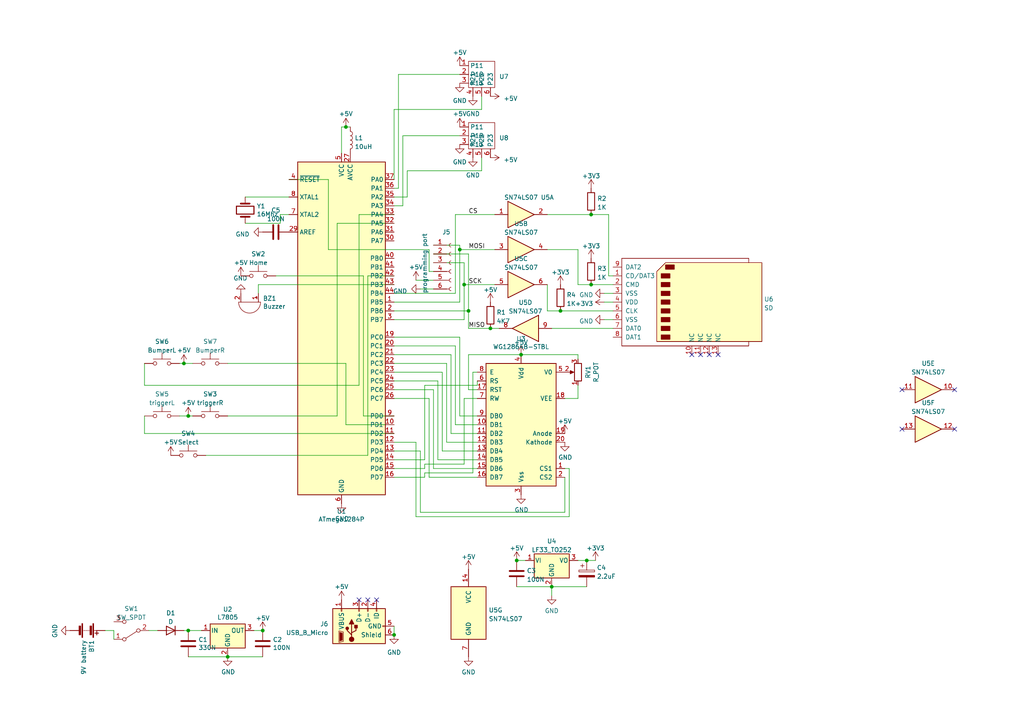
<source format=kicad_sch>
(kicad_sch (version 20230121) (generator eeschema)
  (paper "A4")
  (lib_symbols
    (symbol "+5V_1" (power) (pin_names (offset 0))
      (property "Value" "+5V_1" (at 0 3.556 0))
      (symbol "+5V_1_1_1"
        (pin power_in line (at 0 0 90) (length 0) hide (name "+5V") (number "1"))
      )
    )
    (symbol "+5V_10" (power) (pin_names (offset 0))
      (property "Value" "+5V_10" (at 0 3.556 0))
      (symbol "+5V_10_1_1"
        (pin power_in line (at 0 0 90) (length 0) hide (name "+5V") (number "1"))
      )
    )
    (symbol "+5V_11" (power) (pin_names (offset 0))
      (property "Value" "+5V_11" (at 0 3.556 0))
      (symbol "+5V_11_1_1"
        (pin power_in line (at 0 0 90) (length 0) hide (name "+5V") (number "1"))
      )
    )
    (symbol "+5V_2" (power) (pin_names (offset 0))
      (property "Value" "+5V_2" (at 0 3.556 0))
      (symbol "+5V_2_1_1"
        (pin power_in line (at 0 0 90) (length 0) hide (name "+5V") (number "1"))
      )
    )
    (symbol "+5V_3" (power) (pin_names (offset 0))
      (property "Value" "+5V_3" (at 0 3.556 0))
      (symbol "+5V_3_1_1"
        (pin power_in line (at 0 0 90) (length 0) hide (name "+5V") (number "1"))
      )
    )
    (symbol "+5V_4" (power) (pin_names (offset 0))
      (property "Value" "+5V_4" (at 0 3.556 0))
      (symbol "+5V_4_1_1"
        (pin power_in line (at 0 0 90) (length 0) hide (name "+5V") (number "1"))
      )
    )
    (symbol "+5V_5" (power) (pin_names (offset 0))
      (property "Value" "+5V_5" (at 0 3.556 0))
      (symbol "+5V_5_1_1"
        (pin power_in line (at 0 0 90) (length 0) hide (name "+5V") (number "1"))
      )
    )
    (symbol "+5V_6" (power) (pin_names (offset 0))
      (property "Value" "+5V_6" (at 0 3.556 0))
      (symbol "+5V_6_1_1"
        (pin power_in line (at 0 0 90) (length 0) hide (name "+5V") (number "1"))
      )
    )
    (symbol "+5V_7" (power) (pin_names (offset 0))
      (property "Value" "+5V_7" (at 0 3.556 0))
      (symbol "+5V_7_1_1"
        (pin power_in line (at 0 0 90) (length 0) hide (name "+5V") (number "1"))
      )
    )
    (symbol "+5V_8" (power) (pin_names (offset 0))
      (property "Value" "+5V_8" (at 0 3.556 0))
      (symbol "+5V_8_1_1"
        (pin power_in line (at 0 0 90) (length 0) hide (name "+5V") (number "1"))
      )
    )
    (symbol "+5V_9" (power) (pin_names (offset 0))
      (property "Value" "+5V_9" (at 0 3.556 0))
      (symbol "+5V_9_1_1"
        (pin power_in line (at 0 0 90) (length 0) hide (name "+5V") (number "1"))
      )
    )
    (symbol "74xx:SN74LS07" (pin_names (offset 1.016))
      (property "Reference" "U" (at 0 1.27 0))
      (property "Value" "SN74LS07" (at 0 -1.27 0))
      (symbol "SN74LS07_1_0"
        (pin input line (at -7.62 0 0) (length 3.81) (name "~") (number "1"))
        (pin open_collector line (at 7.62 0 180) (length 3.81) (name "~") (number "2"))
      )
      (symbol "SN74LS07_2_0"
        (pin input line (at -7.62 0 0) (length 3.81) (name "~") (number "3"))
        (pin open_collector line (at 7.62 0 180) (length 3.81) (name "~") (number "4"))
      )
      (symbol "SN74LS07_3_0"
        (pin input line (at -7.62 0 0) (length 3.81) (name "~") (number "5"))
        (pin open_collector line (at 7.62 0 180) (length 3.81) (name "~") (number "6"))
      )
      (symbol "SN74LS07_4_0"
        (pin open_collector line (at 7.62 0 180) (length 3.81) (name "~") (number "8"))
        (pin input line (at -7.62 0 0) (length 3.81) (name "~") (number "9"))
      )
      (symbol "SN74LS07_5_0"
        (pin open_collector line (at 7.62 0 180) (length 3.81) (name "~") (number "10"))
        (pin input line (at -7.62 0 0) (length 3.81) (name "~") (number "11"))
      )
      (symbol "SN74LS07_6_0"
        (pin open_collector line (at 7.62 0 180) (length 3.81) (name "~") (number "12"))
        (pin input line (at -7.62 0 0) (length 3.81) (name "~") (number "13"))
      )
      (symbol "SN74LS07_7_0"
        (pin power_in line (at 0 12.7 270) (length 5.08) (name "VCC") (number "14"))
        (pin power_in line (at 0 -12.7 90) (length 5.08) (name "GND") (number "7"))
      )
    )
    (symbol "Connector:Conn_01x06_Socket" (pin_names (offset 1.016) hide)
      (property "Reference" "J" (at 0 7.62 0))
      (property "Value" "Conn_01x06_Socket" (at 0 -10.16 0))
      (symbol "Conn_01x06_Socket_1_1"
        (pin passive line (at -5.08 5.08 0) (length 3.81) (name "Pin_1") (number "1"))
        (pin passive line (at -5.08 2.54 0) (length 3.81) (name "Pin_2") (number "2"))
        (pin passive line (at -5.08 0 0) (length 3.81) (name "Pin_3") (number "3"))
        (pin passive line (at -5.08 -2.54 0) (length 3.81) (name "Pin_4") (number "4"))
        (pin passive line (at -5.08 -5.08 0) (length 3.81) (name "Pin_5") (number "5"))
        (pin passive line (at -5.08 -7.62 0) (length 3.81) (name "Pin_6") (number "6"))
      )
    )
    (symbol "Connector:USB_B_Micro" (pin_names (offset 1.016))
      (property "Reference" "J" (at -5.08 11.43 0))
      (property "Value" "USB_B_Micro" (at -5.08 8.89 0))
      (symbol "USB_B_Micro_1_1"
        (pin power_out line (at 7.62 5.08 180) (length 2.54) (name "VBUS") (number "1"))
        (pin bidirectional line (at 7.62 -2.54 180) (length 2.54) (name "D-") (number "2"))
        (pin bidirectional line (at 7.62 0 180) (length 2.54) (name "D+") (number "3"))
        (pin passive line (at 7.62 -5.08 180) (length 2.54) (name "ID") (number "4"))
        (pin power_out line (at 0 -10.16 90) (length 2.54) (name "GND") (number "5"))
        (pin passive line (at -2.54 -10.16 90) (length 2.54) (name "Shield") (number "6"))
      )
    )
    (symbol "Device:Battery" (pin_numbers hide) (pin_names (offset 0) hide)
      (property "Reference" "BT" (at 2.54 2.54 0))
      (property "Value" "Battery" (at 2.54 0 0))
      (symbol "Battery_1_1"
        (pin passive line (at 0 5.08 270) (length 2.54) (name "+") (number "1"))
        (pin passive line (at 0 -5.08 90) (length 2.54) (name "-") (number "2"))
      )
    )
    (symbol "Device:Buzzer" (pin_names (offset 0.0254) hide)
      (property "Reference" "BZ" (at 3.81 1.27 0))
      (property "Value" "Buzzer" (at 3.81 -1.27 0))
      (symbol "Buzzer_1_1"
        (pin passive line (at -2.54 2.54 0) (length 2.54) (name "-") (number "1"))
        (pin passive line (at -2.54 -2.54 0) (length 2.54) (name "+") (number "2"))
      )
    )
    (symbol "Device:C" (pin_numbers hide) (pin_names (offset 0.254))
      (property "Reference" "C" (at 0.635 2.54 0))
      (property "Value" "C" (at 0.635 -2.54 0))
      (symbol "C_1_1"
        (pin passive line (at 0 3.81 270) (length 2.794) (name "~") (number "1"))
        (pin passive line (at 0 -3.81 90) (length 2.794) (name "~") (number "2"))
      )
    )
    (symbol "Device:C_Polarized" (pin_numbers hide) (pin_names (offset 0.254))
      (property "Reference" "C" (at 0.635 2.54 0))
      (property "Value" "C_Polarized" (at 0.635 -2.54 0))
      (symbol "C_Polarized_1_1"
        (pin passive line (at 0 3.81 270) (length 2.794) (name "~") (number "1"))
        (pin passive line (at 0 -3.81 90) (length 2.794) (name "~") (number "2"))
      )
    )
    (symbol "Device:Crystal" (pin_numbers hide) (pin_names (offset 1.016) hide)
      (property "Reference" "Y" (at 0 3.81 0))
      (property "Value" "Crystal" (at 0 -3.81 0))
      (symbol "Crystal_1_1"
        (pin passive line (at -3.81 0 0) (length 1.27) (name "1") (number "1"))
        (pin passive line (at 3.81 0 180) (length 1.27) (name "2") (number "2"))
      )
    )
    (symbol "Device:D" (pin_numbers hide) (pin_names (offset 1.016) hide)
      (property "Reference" "D" (at 0 2.54 0))
      (property "Value" "D" (at 0 -2.54 0))
      (symbol "D_1_1"
        (pin passive line (at -3.81 0 0) (length 2.54) (name "K") (number "1"))
        (pin passive line (at 3.81 0 180) (length 2.54) (name "A") (number "2"))
      )
    )
    (symbol "Device:L" (pin_numbers hide) (pin_names (offset 1.016) hide)
      (property "Reference" "L" (at -1.27 0 90))
      (property "Value" "L" (at 1.905 0 90))
      (symbol "L_1_1"
        (pin passive line (at 0 3.81 270) (length 1.27) (name "1") (number "1"))
        (pin passive line (at 0 -3.81 90) (length 1.27) (name "2") (number "2"))
      )
    )
    (symbol "Device:R" (pin_numbers hide) (pin_names (offset 0))
      (property "Reference" "R" (at 2.032 0 90))
      (property "Value" "R" (at 0 0 90))
      (symbol "R_1_1"
        (pin passive line (at 0 3.81 270) (length 1.27) (name "~") (number "1"))
        (pin passive line (at 0 -3.81 90) (length 1.27) (name "~") (number "2"))
      )
    )
    (symbol "Device:R_POT" (pin_names (offset 1.016) hide)
      (property "Reference" "RV" (at -4.445 0 90))
      (property "Value" "Device_R_POT" (at -2.54 0 90))
      (symbol "R_POT_1_1"
        (pin passive line (at 0 3.81 270) (length 1.27) (name "1") (number "1"))
        (pin passive line (at 3.81 0 180) (length 1.27) (name "2") (number "2"))
        (pin passive line (at 0 -3.81 90) (length 1.27) (name "3") (number "3"))
      )
    )
    (symbol "GND_1" (power) (pin_names (offset 0))
      (property "Value" "GND_1" (at 0 -3.81 0))
      (symbol "GND_1_1_1"
        (pin power_in line (at 0 0 270) (length 0) hide (name "GND") (number "1"))
      )
    )
    (symbol "GND_2" (power) (pin_names (offset 0))
      (property "Value" "GND_2" (at 0 -3.81 0))
      (symbol "GND_2_1_1"
        (pin power_in line (at 0 0 270) (length 0) hide (name "GND") (number "1"))
      )
    )
    (symbol "GND_3" (power) (pin_names (offset 0))
      (property "Value" "GND_3" (at 0 -3.81 0))
      (symbol "GND_3_1_1"
        (pin power_in line (at 0 0 270) (length 0) hide (name "GND") (number "1"))
      )
    )
    (symbol "GND_4" (power) (pin_names (offset 0))
      (property "Value" "GND_4" (at 0 -3.81 0))
      (symbol "GND_4_1_1"
        (pin power_in line (at 0 0 270) (length 0) hide (name "GND") (number "1"))
      )
    )
    (symbol "GND_5" (power) (pin_names (offset 0))
      (property "Value" "GND_5" (at 0 -3.81 0))
      (symbol "GND_5_1_1"
        (pin power_in line (at 0 0 270) (length 0) hide (name "GND") (number "1"))
      )
    )
    (symbol "GND_6" (power) (pin_names (offset 0))
      (property "Value" "GND_6" (at 0 -3.81 0))
      (symbol "GND_6_1_1"
        (pin power_in line (at 0 0 270) (length 0) hide (name "GND") (number "1"))
      )
    )
    (symbol "GND_7" (power) (pin_names (offset 0))
      (property "Value" "GND_7" (at 0 -3.81 0))
      (symbol "GND_7_1_1"
        (pin power_in line (at 0 0 270) (length 0) hide (name "GND") (number "1"))
      )
    )
    (symbol "MCU_Microchip_ATmega:ATmega32A-AU"
      (property "Reference" "U" (at -12.7 49.53 0))
      (property "Value" "MCU_Microchip_ATmega_ATmega32A-AU" (at 2.54 -49.53 0))
      (symbol "ATmega32A-AU_1_1"
        (pin bidirectional line (at 15.24 7.62 180) (length 2.54) (name "PB5") (number "1"))
        (pin bidirectional line (at 15.24 -27.94 180) (length 2.54) (name "PD1") (number "10"))
        (pin bidirectional line (at 15.24 -30.48 180) (length 2.54) (name "PD2") (number "11"))
        (pin bidirectional line (at 15.24 -33.02 180) (length 2.54) (name "PD3") (number "12"))
        (pin bidirectional line (at 15.24 -35.56 180) (length 2.54) (name "PD4") (number "13"))
        (pin bidirectional line (at 15.24 -38.1 180) (length 2.54) (name "PD5") (number "14"))
        (pin bidirectional line (at 15.24 -40.64 180) (length 2.54) (name "PD6") (number "15"))
        (pin bidirectional line (at 15.24 -43.18 180) (length 2.54) (name "PD7") (number "16"))
        (pin passive line (at 0 50.8 270) (length 2.54) hide (name "VCC") (number "17"))
        (pin passive line (at 0 -50.8 90) (length 2.54) hide (name "GND") (number "18"))
        (pin bidirectional line (at 15.24 -2.54 180) (length 2.54) (name "PC0") (number "19"))
        (pin bidirectional line (at 15.24 5.08 180) (length 2.54) (name "PB6") (number "2"))
        (pin bidirectional line (at 15.24 -5.08 180) (length 2.54) (name "PC1") (number "20"))
        (pin bidirectional line (at 15.24 -7.62 180) (length 2.54) (name "PC2") (number "21"))
        (pin bidirectional line (at 15.24 -10.16 180) (length 2.54) (name "PC3") (number "22"))
        (pin bidirectional line (at 15.24 -12.7 180) (length 2.54) (name "PC4") (number "23"))
        (pin bidirectional line (at 15.24 -15.24 180) (length 2.54) (name "PC5") (number "24"))
        (pin bidirectional line (at 15.24 -17.78 180) (length 2.54) (name "PC6") (number "25"))
        (pin bidirectional line (at 15.24 -20.32 180) (length 2.54) (name "PC7") (number "26"))
        (pin power_in line (at 2.54 50.8 270) (length 2.54) (name "AVCC") (number "27"))
        (pin passive line (at 0 -50.8 90) (length 2.54) hide (name "GND") (number "28"))
        (pin passive line (at -15.24 27.94 0) (length 2.54) (name "AREF") (number "29"))
        (pin bidirectional line (at 15.24 2.54 180) (length 2.54) (name "PB7") (number "3"))
        (pin bidirectional line (at 15.24 25.4 180) (length 2.54) (name "PA7") (number "30"))
        (pin bidirectional line (at 15.24 27.94 180) (length 2.54) (name "PA6") (number "31"))
        (pin bidirectional line (at 15.24 30.48 180) (length 2.54) (name "PA5") (number "32"))
        (pin bidirectional line (at 15.24 33.02 180) (length 2.54) (name "PA4") (number "33"))
        (pin bidirectional line (at 15.24 35.56 180) (length 2.54) (name "PA3") (number "34"))
        (pin bidirectional line (at 15.24 38.1 180) (length 2.54) (name "PA2") (number "35"))
        (pin bidirectional line (at 15.24 40.64 180) (length 2.54) (name "PA1") (number "36"))
        (pin bidirectional line (at 15.24 43.18 180) (length 2.54) (name "PA0") (number "37"))
        (pin passive line (at 0 50.8 270) (length 2.54) hide (name "VCC") (number "38"))
        (pin passive line (at 0 -50.8 90) (length 2.54) hide (name "GND") (number "39"))
        (pin input line (at -15.24 43.18 0) (length 2.54) (name "~{RESET}") (number "4"))
        (pin bidirectional line (at 15.24 20.32 180) (length 2.54) (name "PB0") (number "40"))
        (pin bidirectional line (at 15.24 17.78 180) (length 2.54) (name "PB1") (number "41"))
        (pin bidirectional line (at 15.24 15.24 180) (length 2.54) (name "PB2") (number "42"))
        (pin bidirectional line (at 15.24 12.7 180) (length 2.54) (name "PB3") (number "43"))
        (pin bidirectional line (at 15.24 10.16 180) (length 2.54) (name "PB4") (number "44"))
        (pin power_in line (at 0 50.8 270) (length 2.54) (name "VCC") (number "5"))
        (pin power_in line (at 0 -50.8 90) (length 2.54) (name "GND") (number "6"))
        (pin output line (at -15.24 33.02 0) (length 2.54) (name "XTAL2") (number "7"))
        (pin input line (at -15.24 38.1 0) (length 2.54) (name "XTAL1") (number "8"))
        (pin bidirectional line (at 15.24 -25.4 180) (length 2.54) (name "PD0") (number "9"))
      )
    )
    (symbol "Regulator_Linear:L7805" (pin_names (offset 0.254))
      (property "Reference" "U" (at -3.81 3.175 0))
      (property "Value" "L7805" (at 0 3.175 0))
      (symbol "L7805_1_1"
        (pin power_in line (at -7.62 0 0) (length 2.54) (name "IN") (number "1"))
        (pin power_in line (at 0 -7.62 90) (length 2.54) (name "GND") (number "2"))
        (pin power_out line (at 7.62 0 180) (length 2.54) (name "OUT") (number "3"))
      )
    )
    (symbol "Regulator_Linear:LF33_TO252" (pin_names (offset 0.254))
      (property "Reference" "U" (at -3.81 3.175 0))
      (property "Value" "LF33_TO252" (at 0 3.175 0))
      (symbol "LF33_TO252_1_1"
        (pin power_in line (at -7.62 0 0) (length 2.54) (name "VI") (number "1"))
        (pin power_in line (at 0 -7.62 90) (length 2.54) (name "GND") (number "2"))
        (pin power_out line (at 7.62 0 180) (length 2.54) (name "VO") (number "3"))
      )
    )
    (symbol "Switch:SW_Push" (pin_numbers hide) (pin_names (offset 1.016) hide)
      (property "Reference" "SW" (at 1.27 2.54 0))
      (property "Value" "SW_Push" (at 0 -1.524 0))
      (symbol "SW_Push_0_1"
        (pin passive line (at -5.08 0 0) (length 2.54) (name "1") (number "1"))
        (pin passive line (at 5.08 0 180) (length 2.54) (name "2") (number "2"))
      )
    )
    (symbol "Switch:SW_SPDT" (pin_names (offset 0) hide)
      (property "Reference" "SW" (at 0 4.318 0))
      (property "Value" "SW_SPDT" (at 0 -5.08 0))
      (symbol "SW_SPDT_1_1"
        (pin passive line (at 5.08 2.54 180) (length 2.54) (name "A") (number "1"))
        (pin passive line (at -5.08 0 0) (length 2.54) (name "B") (number "2"))
        (pin passive line (at 5.08 -2.54 180) (length 2.54) (name "C") (number "3"))
      )
    )
    (symbol "joystick:joystickTHT"
      (property "Reference" "U" (at 0 0 0))
      (symbol "joystickTHT_1_1"
        (pin input line (at -6.35 2.54 0) (length 2.54) (name "P11") (number "1"))
        (pin input line (at -6.35 0 0) (length 2.54) (name "P12") (number "2"))
        (pin input line (at -6.35 -2.54 0) (length 2.54) (name "P13") (number "3"))
        (pin input line (at -2.54 -6.35 90) (length 2.54) (name "P21") (number "4"))
        (pin input line (at 0 -6.35 90) (length 2.54) (name "P22") (number "5"))
        (pin input line (at 2.54 -6.35 90) (length 2.54) (name "P23") (number "6"))
      )
    )
    (symbol "power:+3V3" (power) (pin_names (offset 0))
      (property "Value" "+3V3" (at 0 3.556 0))
      (symbol "+3V3_1_1"
        (pin power_in line (at 0 0 90) (length 0) hide (name "+3V3") (number "1"))
      )
    )
    (symbol "power:+5V" (power) (pin_names (offset 0))
      (property "Value" "+5V" (at 0 3.556 0))
      (symbol "+5V_1_1"
        (pin power_in line (at 0 0 90) (length 0) hide (name "+5V") (number "1"))
      )
    )
    (symbol "power:GND" (power) (pin_names (offset 0))
      (property "Value" "GND" (at 0 -3.81 0))
      (symbol "GND_1_1"
        (pin power_in line (at 0 0 270) (length 0) hide (name "GND") (number "1"))
      )
    )
    (symbol "schemat_dip40-rescue:WG12864B-STBL" (pin_names (offset 1.016))
      (property "Reference" "U" (at 0 0 0))
      (property "Value" "WG12864B-STBL" (at 0 0 0))
      (symbol "WG12864B-STBL_1_1"
        (pin input line (at 12.7 -11.43 180) (length 2.54) (name "CS1") (number "1"))
        (pin input line (at -12.7 1.27 0) (length 2.54) (name "DB1") (number "10"))
        (pin input line (at -12.7 -1.27 0) (length 2.54) (name "DB2") (number "11"))
        (pin input line (at -12.7 -3.81 0) (length 2.54) (name "DB3") (number "12"))
        (pin input line (at -12.7 -6.35 0) (length 2.54) (name "DB4") (number "13"))
        (pin input line (at -12.7 -8.89 0) (length 2.54) (name "DB5") (number "14"))
        (pin input line (at -12.7 -11.43 0) (length 2.54) (name "DB6") (number "15"))
        (pin input line (at -12.7 -13.97 0) (length 2.54) (name "DB7") (number "16"))
        (pin input line (at -12.7 11.43 0) (length 2.54) (name "RST") (number "17"))
        (pin passive line (at 12.7 8.89 180) (length 2.54) (name "VEE") (number "18"))
        (pin input line (at 12.7 -1.27 180) (length 2.54) (name "Anode") (number "19"))
        (pin input line (at 12.7 -13.97 180) (length 2.54) (name "CS2") (number "2"))
        (pin input line (at 12.7 -3.81 180) (length 2.54) (name "Kathode") (number "20"))
        (pin power_in line (at 0 -19.05 90) (length 2.54) (name "Vss") (number "3"))
        (pin power_in line (at 0 21.59 270) (length 2.54) (name "Vdd") (number "4"))
        (pin input line (at 12.7 16.51 180) (length 2.54) (name "V0") (number "5"))
        (pin input line (at -12.7 13.97 0) (length 2.54) (name "RS") (number "6"))
        (pin input line (at -12.7 8.89 0) (length 2.54) (name "RW") (number "7"))
        (pin input line (at -12.7 16.51 0) (length 2.54) (name "E") (number "8"))
        (pin input line (at -12.7 3.81 0) (length 2.54) (name "DB0") (number "9"))
      )
    )
    (symbol "sd:SD" (pin_names (offset 1.016))
      (property "Reference" "U" (at 0 5.08 0))
      (property "Value" "SD" (at 0 7.62 0))
      (symbol "SD_1_1"
        (pin input line (at -22.86 7.62 0) (length 2.54) (name "CD/DAT3") (number "1"))
        (pin input line (at 0 -15.24 90) (length 2.54) (name "NC") (number "10"))
        (pin input line (at 2.54 -15.24 90) (length 2.54) (name "NC") (number "11"))
        (pin input line (at 5.08 -15.24 90) (length 2.54) (name "NC") (number "12"))
        (pin input line (at 7.62 -15.24 90) (length 2.54) (name "NC") (number "13"))
        (pin input line (at -22.86 5.08 0) (length 2.54) (name "CMD") (number "2"))
        (pin power_in line (at -22.86 2.54 0) (length 2.54) (name "VSS") (number "3"))
        (pin power_in line (at -22.86 0 0) (length 2.54) (name "VDD") (number "4"))
        (pin input line (at -22.86 -2.54 0) (length 2.54) (name "CLK") (number "5"))
        (pin power_in line (at -22.86 -5.08 0) (length 2.54) (name "VSS") (number "6"))
        (pin input line (at -22.86 -7.62 0) (length 2.54) (name "DAT0") (number "7"))
        (pin input line (at -22.86 -10.16 0) (length 2.54) (name "DAT1") (number "8"))
        (pin input line (at -22.86 10.16 0) (length 2.54) (name "DAT2") (number "9"))
      )
    )
  )
  (junction (at 151.13 102.87))
  (junction (at 133.35 72.39))
  (junction (at 134.62 82.55))
  (junction (at 171.45 62.23))
  (junction (at 66.04 190.5))
  (junction (at 54.61 120.65))
  (junction (at 142.24 95.25))
  (junction (at 54.61 182.88))
  (junction (at 149.86 162.56))
  (junction (at 162.56 90.17))
  (junction (at 76.2 182.88))
  (junction (at 160.02 170.18))
  (junction (at 114.3 184.15))
  (junction (at 170.18 162.56))
  (junction (at 53.34 105.41))
  (junction (at 135.89 90.17))
  (junction (at 171.45 82.55))
  (junction (at 100.33 36.83))
  (no_connect (at 276.86 113.03))
  (no_connect (at 109.22 173.99))
  (no_connect (at 106.68 173.99))
  (no_connect (at 203.2 102.87))
  (no_connect (at 261.62 113.03))
  (no_connect (at 104.14 173.99))
  (no_connect (at 261.62 124.46))
  (no_connect (at 205.74 102.87))
  (no_connect (at 276.86 124.46))
  (no_connect (at 208.28 102.87))
  (no_connect (at 200.66 102.87))
  (wire (pts (xy 120.65 149.86) (xy 120.65 128.27)))
  (wire (pts (xy 33.02 182.88) (xy 33.02 185.42)))
  (wire (pts (xy 162.56 90.17) (xy 177.8 90.17)))
  (wire (pts (xy 138.43 130.81) (xy 128.27 130.81)))
  (wire (pts (xy 175.26 85.09) (xy 177.8 85.09)))
  (wire (pts (xy 133.35 71.12) (xy 133.35 72.39)))
  (wire (pts (xy 66.04 105.41) (xy 100.33 105.41)))
  (wire (pts (xy 100.33 105.41) (xy 100.33 123.19)))
  (wire (pts (xy 134.62 82.55) (xy 134.62 92.71)))
  (wire (pts (xy 124.46 115.57) (xy 114.3 115.57)))
  (wire (pts (xy 53.34 105.41) (xy 55.88 105.41)))
  (wire (pts (xy 129.54 105.41) (xy 114.3 105.41)))
  (wire (pts (xy 53.34 182.88) (xy 54.61 182.88)))
  (wire (pts (xy 121.92 130.81) (xy 114.3 130.81)))
  (wire (pts (xy 138.43 113.03) (xy 135.89 113.03)))
  (wire (pts (xy 52.07 105.41) (xy 53.34 105.41)))
  (wire (pts (xy 95.25 72.39) (xy 95.25 52.07)))
  (wire (pts (xy 133.35 39.37) (xy 116.84 39.37)))
  (wire (pts (xy 120.65 81.28) (xy 125.73 81.28)))
  (wire (pts (xy 121.92 148.59) (xy 121.92 130.81)))
  (wire (pts (xy 124.46 78.74) (xy 124.46 72.39)))
  (wire (pts (xy 105.41 120.65) (xy 114.3 120.65)))
  (wire (pts (xy 135.89 95.25) (xy 142.24 95.25)))
  (wire (pts (xy 125.73 135.89) (xy 125.73 113.03)))
  (wire (pts (xy 160.02 170.18) (xy 160.02 172.72)))
  (wire (pts (xy 114.3 181.61) (xy 114.3 184.15)))
  (wire (pts (xy 171.45 82.55) (xy 177.8 82.55)))
  (wire (pts (xy 116.84 59.69) (xy 114.3 59.69)))
  (wire (pts (xy 138.43 111.76) (xy 138.43 110.49)))
  (wire (pts (xy 125.73 71.12) (xy 133.35 71.12)))
  (wire (pts (xy 133.35 21.59) (xy 115.57 21.59)))
  (wire (pts (xy 138.43 133.35) (xy 127 133.35)))
  (wire (pts (xy 138.43 125.73) (xy 130.81 125.73)))
  (wire (pts (xy 71.12 57.15) (xy 83.82 57.15)))
  (wire (pts (xy 130.81 102.87) (xy 114.3 102.87)))
  (wire (pts (xy 175.26 87.63) (xy 177.8 87.63)))
  (wire (pts (xy 163.83 135.89) (xy 165.1 135.89)))
  (wire (pts (xy 137.16 107.95) (xy 138.43 107.95)))
  (wire (pts (xy 114.3 31.75) (xy 139.7 31.75)))
  (wire (pts (xy 105.41 80.01) (xy 105.41 120.65)))
  (wire (pts (xy 139.7 27.94) (xy 139.7 31.75)))
  (wire (pts (xy 106.68 132.08) (xy 106.68 80.01)))
  (wire (pts (xy 135.89 113.03) (xy 135.89 102.87)))
  (wire (pts (xy 52.07 120.65) (xy 54.61 120.65)))
  (wire (pts (xy 123.19 111.76) (xy 138.43 111.76)))
  (wire (pts (xy 163.83 148.59) (xy 121.92 148.59)))
  (wire (pts (xy 134.62 115.57) (xy 134.62 134.62)))
  (wire (pts (xy 176.53 80.01) (xy 176.53 62.23)))
  (wire (pts (xy 149.86 170.18) (xy 160.02 170.18)))
  (wire (pts (xy 142.24 95.25) (xy 144.78 95.25)))
  (wire (pts (xy 43.18 182.88) (xy 45.72 182.88)))
  (wire (pts (xy 104.14 62.23) (xy 104.14 111.76)))
  (wire (pts (xy 54.61 120.65) (xy 55.88 120.65)))
  (wire (pts (xy 74.93 82.55) (xy 114.3 82.55)))
  (wire (pts (xy 134.62 134.62) (xy 123.19 134.62)))
  (wire (pts (xy 123.19 134.62) (xy 123.19 135.89)))
  (wire (pts (xy 138.43 138.43) (xy 124.46 138.43)))
  (wire (pts (xy 54.61 190.5) (xy 66.04 190.5)))
  (wire (pts (xy 120.65 128.27) (xy 114.3 128.27)))
  (wire (pts (xy 137.16 137.16) (xy 123.19 137.16)))
  (wire (pts (xy 41.91 120.65) (xy 41.91 125.73)))
  (wire (pts (xy 158.75 90.17) (xy 158.75 82.55)))
  (wire (pts (xy 100.33 36.83) (xy 101.6 36.83)))
  (wire (pts (xy 158.75 62.23) (xy 171.45 62.23)))
  (wire (pts (xy 175.26 92.71) (xy 177.8 92.71)))
  (wire (pts (xy 97.79 64.77) (xy 114.3 64.77)))
  (wire (pts (xy 167.64 104.14) (xy 167.64 102.87)))
  (wire (pts (xy 162.56 90.17) (xy 158.75 90.17)))
  (wire (pts (xy 138.43 128.27) (xy 129.54 128.27)))
  (wire (pts (xy 138.43 123.19) (xy 132.08 123.19)))
  (wire (pts (xy 133.35 120.65) (xy 133.35 97.79)))
  (wire (pts (xy 41.91 111.76) (xy 104.14 111.76)))
  (wire (pts (xy 66.04 120.65) (xy 97.79 120.65)))
  (wire (pts (xy 59.69 132.08) (xy 106.68 132.08)))
  (wire (pts (xy 163.83 138.43) (xy 163.83 148.59)))
  (wire (pts (xy 133.35 72.39) (xy 143.51 72.39)))
  (wire (pts (xy 163.83 115.57) (xy 167.64 115.57)))
  (wire (pts (xy 74.93 85.09) (xy 74.93 82.55)))
  (wire (pts (xy 115.57 54.61) (xy 115.57 21.59)))
  (wire (pts (xy 123.19 133.35) (xy 114.3 133.35)))
  (wire (pts (xy 123.19 133.35) (xy 123.19 111.76)))
  (wire (pts (xy 99.06 36.83) (xy 99.06 44.45)))
  (wire (pts (xy 125.73 76.2) (xy 134.62 76.2)))
  (wire (pts (xy 123.19 137.16) (xy 123.19 138.43)))
  (wire (pts (xy 165.1 135.89) (xy 165.1 149.86)))
  (wire (pts (xy 139.7 45.72) (xy 139.7 49.53)))
  (wire (pts (xy 81.28 62.23) (xy 83.82 62.23)))
  (wire (pts (xy 137.16 107.95) (xy 137.16 137.16)))
  (wire (pts (xy 158.75 72.39) (xy 167.64 72.39)))
  (wire (pts (xy 80.01 80.01) (xy 105.41 80.01)))
  (wire (pts (xy 30.48 182.88) (xy 33.02 182.88)))
  (wire (pts (xy 170.18 162.56) (xy 172.72 162.56)))
  (wire (pts (xy 132.08 123.19) (xy 132.08 100.33)))
  (wire (pts (xy 114.3 31.75) (xy 114.3 52.07)))
  (wire (pts (xy 138.43 135.89) (xy 125.73 135.89)))
  (wire (pts (xy 41.91 125.73) (xy 114.3 125.73)))
  (wire (pts (xy 132.08 85.09) (xy 114.3 85.09)))
  (wire (pts (xy 104.14 62.23) (xy 114.3 62.23)))
  (wire (pts (xy 41.91 105.41) (xy 41.91 111.76)))
  (wire (pts (xy 54.61 182.88) (xy 58.42 182.88)))
  (wire (pts (xy 116.84 39.37) (xy 116.84 59.69)))
  (wire (pts (xy 176.53 80.01) (xy 177.8 80.01)))
  (wire (pts (xy 134.62 76.2) (xy 134.62 82.55)))
  (wire (pts (xy 134.62 92.71) (xy 114.3 92.71)))
  (wire (pts (xy 130.81 125.73) (xy 130.81 102.87)))
  (wire (pts (xy 160.02 95.25) (xy 177.8 95.25)))
  (wire (pts (xy 114.3 90.17) (xy 135.89 90.17)))
  (wire (pts (xy 71.12 64.77) (xy 81.28 64.77)))
  (wire (pts (xy 132.08 62.23) (xy 132.08 85.09)))
  (wire (pts (xy 125.73 78.74) (xy 124.46 78.74)))
  (wire (pts (xy 127 133.35) (xy 127 110.49)))
  (wire (pts (xy 167.64 162.56) (xy 170.18 162.56)))
  (wire (pts (xy 176.53 62.23) (xy 171.45 62.23)))
  (wire (pts (xy 127 110.49) (xy 114.3 110.49)))
  (wire (pts (xy 125.73 73.66) (xy 135.89 73.66)))
  (wire (pts (xy 128.27 107.95) (xy 114.3 107.95)))
  (wire (pts (xy 135.89 102.87) (xy 151.13 102.87)))
  (wire (pts (xy 121.92 83.82) (xy 125.73 83.82)))
  (wire (pts (xy 114.3 54.61) (xy 115.57 54.61)))
  (wire (pts (xy 138.43 120.65) (xy 133.35 120.65)))
  (wire (pts (xy 99.06 36.83) (xy 100.33 36.83)))
  (wire (pts (xy 123.19 135.89) (xy 114.3 135.89)))
  (wire (pts (xy 128.27 130.81) (xy 128.27 107.95)))
  (wire (pts (xy 134.62 115.57) (xy 138.43 115.57)))
  (wire (pts (xy 118.11 49.53) (xy 118.11 57.15)))
  (wire (pts (xy 73.66 182.88) (xy 76.2 182.88)))
  (wire (pts (xy 97.79 64.77) (xy 97.79 120.65)))
  (wire (pts (xy 133.35 97.79) (xy 114.3 97.79)))
  (wire (pts (xy 129.54 128.27) (xy 129.54 105.41)))
  (wire (pts (xy 133.35 87.63) (xy 114.3 87.63)))
  (wire (pts (xy 81.28 62.23) (xy 81.28 64.77)))
  (wire (pts (xy 106.68 80.01) (xy 114.3 80.01)))
  (wire (pts (xy 132.08 62.23) (xy 143.51 62.23)))
  (wire (pts (xy 123.19 138.43) (xy 114.3 138.43)))
  (wire (pts (xy 95.25 52.07) (xy 83.82 52.07)))
  (wire (pts (xy 149.86 162.56) (xy 152.4 162.56)))
  (wire (pts (xy 124.46 72.39) (xy 95.25 72.39)))
  (wire (pts (xy 167.64 115.57) (xy 167.64 111.76)))
  (wire (pts (xy 134.62 82.55) (xy 143.51 82.55)))
  (wire (pts (xy 66.04 190.5) (xy 76.2 190.5)))
  (wire (pts (xy 114.3 57.15) (xy 118.11 57.15)))
  (wire (pts (xy 133.35 72.39) (xy 133.35 87.63)))
  (wire (pts (xy 171.45 82.55) (xy 167.64 82.55)))
  (wire (pts (xy 124.46 138.43) (xy 124.46 115.57)))
  (wire (pts (xy 160.02 170.18) (xy 170.18 170.18)))
  (wire (pts (xy 135.89 95.25) (xy 135.89 90.17)))
  (wire (pts (xy 125.73 113.03) (xy 114.3 113.03)))
  (wire (pts (xy 135.89 73.66) (xy 135.89 90.17)))
  (wire (pts (xy 132.08 100.33) (xy 114.3 100.33)))
  (wire (pts (xy 100.33 123.19) (xy 114.3 123.19)))
  (wire (pts (xy 139.7 49.53) (xy 118.11 49.53)))
  (wire (pts (xy 167.64 102.87) (xy 151.13 102.87)))
  (wire (pts (xy 165.1 149.86) (xy 120.65 149.86)))
  (wire (pts (xy 167.64 82.55) (xy 167.64 72.39)))
  (label "CS" (at 135.89 62.23 0))
  (label "SCK" (at 135.89 82.55 0))
  (label "MOSI" (at 135.89 72.39 0))
  (label "MISO" (at 135.89 95.25 0))
  (symbol (lib_id "MCU_Microchip_ATmega:ATmega32A-AU") (at 99.06 95.25 0) (unit 1)
    (property "Reference" "U1" (at 99.06 148.3106 0))
    (property "Value" "ATmega1284P" (at 99.06 150.622 0))
    (property "Footprint" "Package_QFP:TQFP-44_10x10mm_P0.8mm" (effects hide))
    (property "Datasheet" "http://ww1.microchip.com/downloads/en/DeviceDoc/atmel-8155-8-bit-microcontroller-avr-atmega32a_datasheet.pdf" (effects hide))
  )
  (symbol (lib_id "Regulator_Linear:L7805") (at 66.04 182.88 0) (unit 1)
    (property "Reference" "U2" (at 66.04 176.7332 0))
    (property "Value" "L7805" (at 66.04 179.0446 0))
    (property "Footprint" "Package_TO_SOT_SMD:TO-263-2" (effects hide))
    (property "Datasheet" "http://www.st.com/content/ccc/resource/technical/document/datasheet/41/4f/b3/b0/12/d4/47/88/CD00000444.pdf/files/CD00000444.pdf/jcr:content/translations/en.CD00000444.pdf" (effects hide))
  )
  (symbol (lib_id "Device:Battery") (at 25.4 182.88 270) (unit 1)
    (property "Reference" "BT1" (at 26.5684 185.6232 0) (effects (justify left)))
    (property "Value" "9V battery" (at 24.257 185.6232 0) (effects (justify left)))
    (property "Footprint" "Connector_PinSocket_2.54mm:PinSocket_1x02_P2.54mm_Vertical" (effects hide))
  )
  (symbol (lib_id "Device:C") (at 54.61 186.69 0) (unit 1)
    (property "Reference" "C1" (at 57.531 185.5216 0) (effects (justify left)))
    (property "Value" "330N" (at 57.531 187.833 0) (effects (justify left)))
    (property "Footprint" "Capacitor_SMD:C_0805_2012Metric" (effects hide))
  )
  (symbol (lib_id "Device:C") (at 76.2 186.69 0) (unit 1)
    (property "Reference" "C2" (at 79.121 185.5216 0) (effects (justify left)))
    (property "Value" "100N" (at 79.121 187.833 0) (effects (justify left)))
    (property "Footprint" "Capacitor_SMD:C_0805_2012Metric" (effects hide))
  )
  (symbol (lib_id "power:GND") (at 66.04 190.5 0) (unit 1)
    (property "Reference" "#PWR06" (effects hide))
    (property "Value" "GND" (at 66.167 194.8942 0))
  )
  (symbol (lib_id "power:GND") (at 20.32 182.88 270) (unit 1)
    (property "Reference" "#PWR01" (effects hide))
    (property "Value" "GND" (at 15.9258 183.007 0))
  )
  (symbol (lib_id "Device:R_POT") (at 167.64 107.95 180) (unit 1)
    (property "Reference" "RV1" (at 170.561 107.95 90))
    (property "Value" "R_POT" (at 172.8724 107.95 90))
    (property "Footprint" "Blue:potentiometer10K" (effects hide))
  )
  (symbol (lib_id "Device:Crystal") (at 71.12 60.96 270) (unit 1)
    (property "Reference" "Y1" (at 74.4474 59.7916 90) (effects (justify left)))
    (property "Value" "16Mhz" (at 74.4474 62.103 90) (effects (justify left)))
    (property "Footprint" "Crystal:Crystal_SMD_HC49-SD" (effects hide))
  )
  (symbol (lib_id "Device:Buzzer") (at 72.39 87.63 270) (unit 1)
    (property "Reference" "BZ1" (at 76.2508 86.5632 90) (effects (justify left)))
    (property "Value" "Buzzer" (at 76.2508 88.8746 90) (effects (justify left)))
    (property "Footprint" "Buzzer_Beeper:Buzzer_12x9.5RM7.6" (effects hide))
  )
  (symbol (lib_id "schemat_dip40-rescue:WG12864B-STBL") (at 151.13 124.46 0) (unit 1)
    (property "Reference" "U3" (at 151.13 98.2726 0))
    (property "Value" "WG12864B-STBL" (at 151.13 100.584 0))
    (property "Footprint" "Blue:WG12864BL" (effects hide))
  )
  (symbol (lib_id "power:GND") (at 151.13 143.51 0) (unit 1)
    (property "Reference" "#PWR05" (effects hide))
    (property "Value" "GND" (at 151.257 147.9042 0))
  )
  (symbol (lib_id "power:GND") (at 163.83 128.27 0) (unit 1)
    (property "Reference" "#PWR09" (effects hide))
    (property "Value" "GND" (at 163.957 132.6642 0))
  )
  (symbol (lib_id "power:GND") (at 99.06 146.05 0) (unit 1)
    (property "Reference" "#PWR03" (effects hide))
    (property "Value" "GND" (at 99.187 150.4442 0))
  )
  (symbol (lib_id "power:GND") (at 69.85 85.09 180) (unit 1)
    (property "Reference" "#PWR07" (effects hide))
    (property "Value" "GND" (at 69.723 80.6958 0))
  )
  (symbol (lib_id "power:+3V3") (at 172.72 162.56 0) (unit 1)
    (property "Reference" "#PWR024" (effects hide))
    (property "Value" "+3V3" (at 172.72 158.9842 0))
  )
  (symbol (lib_id "Switch:SW_Push") (at 60.96 120.65 0) (unit 1)
    (property "Reference" "SW3" (at 60.96 114.3 0))
    (property "Value" "triggerR" (at 60.96 116.84 0))
    (property "Footprint" "Button_Switch_THT:SW_Tactile_SPST_Angled_PTS645Vx31-2LFS" (effects hide))
  )
  (symbol (lib_name "+5V_2") (lib_id "power:+5V") (at 49.53 132.08 0) (unit 1)
    (property "Reference" "#PWR015" (effects hide))
    (property "Value" "+5V" (at 49.53 128.27 0))
  )
  (symbol (lib_id "power:+5V") (at 76.2 182.88 0) (unit 1)
    (property "Reference" "#PWR04" (effects hide))
    (property "Value" "+5V" (at 76.2 179.3042 0))
  )
  (symbol (lib_id "power:+5V") (at 135.89 165.1 0) (unit 1)
    (property "Reference" "#PWR0101" (effects hide))
    (property "Value" "+5V" (at 135.89 161.5242 0))
  )
  (symbol (lib_id "Connector:USB_B_Micro") (at 104.14 181.61 90) (unit 1)
    (property "Reference" "J6" (at 95.25 180.975 90) (effects (justify left)))
    (property "Value" "USB_B_Micro" (at 95.25 183.515 90) (effects (justify left)))
    (property "Footprint" "USB:USBMicro-SMD" (effects hide))
  )
  (symbol (lib_id "74xx:SN74LS07") (at 151.13 82.55 0) (unit 3)
    (property "Reference" "U5" (at 151.13 75.0402 0))
    (property "Value" "SN74LS07" (at 151.13 77.5771 0))
    (property "Footprint" "Package_SO:SO-14_3.9x8.65mm_P1.27mm" (effects hide))
    (property "Datasheet" "www.ti.com/lit/ds/symlink/sn74ls07.pdf" (effects hide))
  )
  (symbol (lib_id "Device:R") (at 162.56 86.36 0) (unit 1)
    (property "Reference" "R4" (at 164.338 85.5253 0) (effects (justify left)))
    (property "Value" "1K" (at 164.338 88.0622 0) (effects (justify left)))
    (property "Footprint" "Resistor_SMD:R_0805_2012Metric_Pad1.20x1.40mm_HandSolder" (effects hide))
  )
  (symbol (lib_id "74xx:SN74LS07") (at 269.24 124.46 0) (unit 6)
    (property "Reference" "U5" (at 269.24 116.84 0))
    (property "Value" "SN74LS07" (at 269.24 119.38 0))
    (property "Footprint" "Package_SO:SO-14_3.9x8.65mm_P1.27mm" (effects hide))
    (property "Datasheet" "www.ti.com/lit/ds/symlink/sn74ls07.pdf" (effects hide))
  )
  (symbol (lib_name "+5V_10") (lib_id "power:+5V") (at 99.06 173.99 0) (unit 1)
    (property "Reference" "#PWR031" (effects hide))
    (property "Value" "+5V" (at 99.06 170.18 0))
  )
  (symbol (lib_name "GND_6") (lib_id "power:GND") (at 133.35 41.91 0) (unit 1)
    (property "Reference" "#PWR033" (effects hide))
    (property "Value" "GND" (at 133.35 46.99 0))
  )
  (symbol (lib_id "Device:R") (at 171.45 78.74 0) (unit 1)
    (property "Reference" "R3" (at 173.228 77.9053 0) (effects (justify left)))
    (property "Value" "1K" (at 173.228 80.4422 0) (effects (justify left)))
    (property "Footprint" "Resistor_SMD:R_0805_2012Metric_Pad1.20x1.40mm_HandSolder" (effects hide))
  )
  (symbol (lib_id "Device:C_Polarized") (at 170.18 166.37 0) (unit 1)
    (property "Reference" "C4" (at 173.101 164.6463 0) (effects (justify left)))
    (property "Value" "2.2uF" (at 173.101 167.1832 0) (effects (justify left)))
    (property "Footprint" "Capacitor_SMD:C_1206_3216Metric" (effects hide))
  )
  (symbol (lib_id "74xx:SN74LS07") (at 135.89 177.8 0) (unit 7)
    (property "Reference" "U5" (at 141.732 176.9653 0) (effects (justify left)))
    (property "Value" "SN74LS07" (at 141.732 179.5022 0) (effects (justify left)))
    (property "Footprint" "Package_SO:SO-14_3.9x8.65mm_P1.27mm" (effects hide))
    (property "Datasheet" "www.ti.com/lit/ds/symlink/sn74ls07.pdf" (effects hide))
  )
  (symbol (lib_name "+5V_6") (lib_id "power:+5V") (at 142.24 45.72 270) (unit 1)
    (property "Reference" "#PWR035" (effects hide))
    (property "Value" "+5V" (at 146.05 46.355 90) (effects (justify left)))
  )
  (symbol (lib_id "Switch:SW_Push") (at 46.99 120.65 0) (unit 1)
    (property "Reference" "SW5" (at 46.99 114.3 0))
    (property "Value" "triggerL" (at 46.99 116.84 0))
    (property "Footprint" "Button_Switch_THT:SW_Tactile_SPST_Angled_PTS645Vx31-2LFS" (effects hide))
  )
  (symbol (lib_name "+5V_4") (lib_id "power:+5V") (at 142.24 27.94 270) (unit 1)
    (property "Reference" "#PWR026" (effects hide))
    (property "Value" "+5V" (at 146.05 28.575 90) (effects (justify left)))
  )
  (symbol (lib_id "power:+3V3") (at 175.26 87.63 90) (unit 1)
    (property "Reference" "#PWR022" (effects hide))
    (property "Value" "+3V3" (at 172.085 88.0638 90) (effects (justify left)))
  )
  (symbol (lib_id "joystick:joystickTHT") (at 139.7 21.59 0) (unit 1)
    (property "Reference" "U7" (at 144.78 22.225 0) (effects (justify left)))
    (property "Value" "~" (at 139.7 21.59 0))
    (property "Footprint" "joystick:joystickTHT" (effects hide))
  )
  (symbol (lib_name "+5V_11") (lib_id "power:+5V") (at 53.34 105.41 0) (unit 1)
    (property "Reference" "#PWR037" (effects hide))
    (property "Value" "+5V" (at 53.34 101.6 0))
  )
  (symbol (lib_id "power:+3V3") (at 162.56 82.55 0) (unit 1)
    (property "Reference" "#PWR020" (effects hide))
    (property "Value" "+3V3" (at 162.56 78.9742 0))
  )
  (symbol (lib_id "Switch:SW_SPDT") (at 38.1 182.88 180) (unit 1)
    (property "Reference" "SW1" (at 38.1 176.53 0))
    (property "Value" "SW_SPDT" (at 38.1 179.07 0))
    (property "Footprint" "buttons:Button_Switch" (effects hide))
  )
  (symbol (lib_id "Device:C") (at 149.86 166.37 0) (unit 1)
    (property "Reference" "C3" (at 152.781 165.5353 0) (effects (justify left)))
    (property "Value" "100N" (at 152.781 168.0722 0) (effects (justify left)))
    (property "Footprint" "Capacitor_SMD:C_0805_2012Metric" (effects hide))
  )
  (symbol (lib_id "power:GND") (at 160.02 172.72 0) (unit 1)
    (property "Reference" "#PWR013" (effects hide))
    (property "Value" "GND" (at 160.02 177.1634 0))
  )
  (symbol (lib_id "74xx:SN74LS07") (at 152.4 95.25 180) (unit 4)
    (property "Reference" "U5" (at 152.4 87.7402 0))
    (property "Value" "SN74LS07" (at 152.4 90.2771 0))
    (property "Footprint" "Package_SO:SO-14_3.9x8.65mm_P1.27mm" (effects hide))
    (property "Datasheet" "www.ti.com/lit/ds/symlink/sn74ls07.pdf" (effects hide))
  )
  (symbol (lib_name "GND_5") (lib_id "power:GND") (at 137.16 45.72 0) (unit 1)
    (property "Reference" "#PWR028" (effects hide))
    (property "Value" "GND" (at 137.16 50.8 0))
  )
  (symbol (lib_id "power:+5V") (at 149.86 162.56 0) (unit 1)
    (property "Reference" "#PWR010" (effects hide))
    (property "Value" "+5V" (at 149.86 158.9842 0))
  )
  (symbol (lib_name "GND_2") (lib_id "power:GND") (at 114.3 184.15 0) (unit 1)
    (property "Reference" "#PWR032" (effects hide))
    (property "Value" "GND" (at 114.3 189.23 0))
  )
  (symbol (lib_id "74xx:SN74LS07") (at 151.13 62.23 0) (unit 1)
    (property "Reference" "U5" (at 158.75 57.2602 0))
    (property "Value" "SN74LS07" (at 151.13 57.2571 0))
    (property "Footprint" "Package_SO:SO-14_3.9x8.65mm_P1.27mm" (effects hide))
    (property "Datasheet" "www.ti.com/lit/ds/symlink/sn74ls07.pdf" (effects hide))
  )
  (symbol (lib_name "GND_7") (lib_id "power:GND") (at 76.2 67.31 270) (unit 1)
    (property "Reference" "#PWR036" (effects hide))
    (property "Value" "GND" (at 72.39 67.945 90) (effects (justify right)))
  )
  (symbol (lib_id "Switch:SW_Push") (at 60.96 105.41 0) (unit 1)
    (property "Reference" "SW7" (at 60.96 99.06 0))
    (property "Value" "BumperR" (at 60.96 101.6 0))
    (property "Footprint" "Button_Switch_THT:SW_Tactile_SPST_Angled_PTS645Vx31-2LFS" (effects hide))
  )
  (symbol (lib_name "GND_4") (lib_id "power:GND") (at 137.16 27.94 0) (unit 1)
    (property "Reference" "#PWR027" (effects hide))
    (property "Value" "GND" (at 137.16 33.02 0))
  )
  (symbol (lib_name "+5V_3") (lib_id "power:+5V") (at 133.35 19.05 0) (unit 1)
    (property "Reference" "#PWR016" (effects hide))
    (property "Value" "+5V" (at 133.35 15.24 0))
  )
  (symbol (lib_id "power:+3V3") (at 171.45 54.61 0) (unit 1)
    (property "Reference" "#PWR018" (effects hide))
    (property "Value" "+3V3" (at 171.45 51.0342 0))
  )
  (symbol (lib_id "power:GND") (at 175.26 85.09 270) (unit 1)
    (property "Reference" "#PWR021" (effects hide))
    (property "Value" "GND" (at 172.0851 85.5238 90) (effects (justify right)))
  )
  (symbol (lib_id "joystick:joystickTHT") (at 139.7 39.37 0) (unit 1)
    (property "Reference" "U8" (at 144.78 40.005 0) (effects (justify left)))
    (property "Value" "~" (at 139.7 39.37 0))
    (property "Footprint" "joystick:joystickTHT" (effects hide))
  )
  (symbol (lib_id "74xx:SN74LS07") (at 269.24 113.03 0) (unit 5)
    (property "Reference" "U5" (at 269.24 105.41 0))
    (property "Value" "SN74LS07" (at 269.24 107.95 0))
    (property "Footprint" "Package_SO:SO-14_3.9x8.65mm_P1.27mm" (effects hide))
    (property "Datasheet" "www.ti.com/lit/ds/symlink/sn74ls07.pdf" (effects hide))
  )
  (symbol (lib_id "power:GND") (at 135.89 190.5 0) (unit 1)
    (property "Reference" "#PWR025" (effects hide))
    (property "Value" "GND" (at 135.89 194.9434 0))
  )
  (symbol (lib_id "Connector:Conn_01x06_Socket") (at 130.81 76.2 0) (unit 1)
    (property "Reference" "J5" (at 128.27 67.31 0) (effects (justify left)))
    (property "Value" "programming port" (at 123.19 85.09 90) (effects (justify left)))
    (property "Footprint" "Connector_PinSocket_2.54mm:PinSocket_1x06_P2.54mm_Vertical" (effects hide))
  )
  (symbol (lib_id "power:GND") (at 175.26 92.71 270) (unit 1)
    (property "Reference" "#PWR023" (effects hide))
    (property "Value" "GND" (at 172.0851 93.1438 90) (effects (justify right)))
  )
  (symbol (lib_id "74xx:SN74LS07") (at 151.13 72.39 0) (unit 2)
    (property "Reference" "U5" (at 151.13 64.8802 0))
    (property "Value" "SN74LS07" (at 151.13 67.4171 0))
    (property "Footprint" "Package_SO:SO-14_3.9x8.65mm_P1.27mm" (effects hide))
    (property "Datasheet" "www.ti.com/lit/ds/symlink/sn74ls07.pdf" (effects hide))
  )
  (symbol (lib_id "Device:R") (at 142.24 91.44 0) (unit 1)
    (property "Reference" "R1" (at 144.018 90.6053 0) (effects (justify left)))
    (property "Value" "4K7" (at 144.018 93.1422 0) (effects (justify left)))
    (property "Footprint" "Resistor_SMD:R_0805_2012Metric_Pad1.20x1.40mm_HandSolder" (effects hide))
  )
  (symbol (lib_id "Switch:SW_Push") (at 74.93 80.01 0) (unit 1)
    (property "Reference" "SW2" (at 74.93 73.66 0))
    (property "Value" "Home" (at 74.93 76.2 0))
    (property "Footprint" "buttons:buttonSMD_withHoles" (effects hide))
  )
  (symbol (lib_id "Device:R") (at 171.45 58.42 0) (unit 1)
    (property "Reference" "R2" (at 173.228 57.5853 0) (effects (justify left)))
    (property "Value" "1K" (at 173.228 60.1222 0) (effects (justify left)))
    (property "Footprint" "Resistor_SMD:R_0805_2012Metric_Pad1.20x1.40mm_HandSolder" (effects hide))
  )
  (symbol (lib_id "power:+5V") (at 142.24 87.63 0) (unit 1)
    (property "Reference" "#PWR0102" (effects hide))
    (property "Value" "+5V" (at 142.24 84.0542 0))
  )
  (symbol (lib_id "Regulator_Linear:LF33_TO252") (at 160.02 162.56 0) (unit 1)
    (property "Reference" "U4" (at 160.02 156.9552 0))
    (property "Value" "LF33_TO252" (at 160.02 159.4921 0))
    (property "Footprint" "Package_TO_SOT_SMD:TO-252-2" (effects hide))
    (property "Datasheet" "http://www.st.com/content/ccc/resource/technical/document/datasheet/c4/0e/7e/2a/be/bc/4c/bd/CD00000546.pdf/files/CD00000546.pdf/jcr:content/translations/en.CD00000546.pdf" (effects hide))
  )
  (symbol (lib_name "+5V_8") (lib_id "power:+5V") (at 69.85 80.01 0) (unit 1)
    (property "Reference" "#PWR029" (effects hide))
    (property "Value" "+5V" (at 69.85 76.2 0))
  )
  (symbol (lib_name "GND_3") (lib_id "power:GND") (at 133.35 24.13 0) (unit 1)
    (property "Reference" "#PWR017" (effects hide))
    (property "Value" "GND" (at 133.35 29.21 0))
  )
  (symbol (lib_name "GND_1") (lib_id "power:GND") (at 121.92 83.82 270) (unit 1)
    (property "Reference" "#PWR012" (effects hide))
    (property "Value" "GND" (at 118.11 84.455 90) (effects (justify right)))
  )
  (symbol (lib_id "Device:D") (at 49.53 182.88 180) (unit 1)
    (property "Reference" "D1" (at 49.53 177.8 0))
    (property "Value" "D" (at 49.53 180.34 0))
    (property "Footprint" "Capacitor_SMD:C_1206_3216Metric" (effects hide))
    (property "Sim.Device" "D" (effects hide))
    (property "Sim.Pins" "1=K 2=A" (effects hide))
  )
  (symbol (lib_id "Switch:SW_Push") (at 54.61 132.08 0) (unit 1)
    (property "Reference" "SW4" (at 54.61 125.73 0))
    (property "Value" "Select" (at 54.61 128.27 0))
    (property "Footprint" "buttons:buttonSMD_withHoles" (effects hide))
  )
  (symbol (lib_id "sd:SD") (at 200.66 87.63 0) (unit 1)
    (property "Reference" "U6" (at 221.615 86.7953 0) (effects (justify left)))
    (property "Value" "SD" (at 221.615 89.3322 0) (effects (justify left)))
    (property "Footprint" "Connector_Card:SD_Kyocera_145638009511859+" (effects hide))
  )
  (symbol (lib_id "power:+3V3") (at 171.45 74.93 0) (unit 1)
    (property "Reference" "#PWR019" (effects hide))
    (property "Value" "+3V3" (at 171.45 71.3542 0))
  )
  (symbol (lib_id "Switch:SW_Push") (at 46.99 105.41 0) (unit 1)
    (property "Reference" "SW6" (at 46.99 99.06 0))
    (property "Value" "BumperL" (at 46.99 101.6 0))
    (property "Footprint" "Button_Switch_THT:SW_Tactile_SPST_Angled_PTS645Vx31-2LFS" (effects hide))
  )
  (symbol (lib_id "Device:C") (at 80.01 67.31 270) (unit 1)
    (property "Reference" "C5" (at 80.01 60.96 90))
    (property "Value" "100N" (at 80.01 63.5 90))
    (property "Footprint" "Capacitor_SMD:C_0805_2012Metric" (effects hide))
  )
  (symbol (lib_name "+5V_1") (lib_id "power:+5V") (at 120.65 81.28 0) (unit 1)
    (property "Reference" "#PWR08" (effects hide))
    (property "Value" "+5V" (at 120.65 77.47 0))
  )
  (symbol (lib_id "Device:L") (at 101.6 40.64 0) (unit 1)
    (property "Reference" "L1" (at 102.87 40.005 0) (effects (justify left)))
    (property "Value" "10uH" (at 102.87 42.545 0) (effects (justify left)))
    (property "Footprint" "Inductor_SMD:L_Bourns-SRN4018" (effects hide))
  )
  (symbol (lib_name "+5V_7") (lib_id "power:+5V") (at 100.33 36.83 0) (unit 1)
    (property "Reference" "#PWR02" (effects hide))
    (property "Value" "+5V" (at 100.33 33.02 0))
  )
  (symbol (lib_name "+5V_5") (lib_id "power:+5V") (at 133.35 36.83 0) (unit 1)
    (property "Reference" "#PWR034" (effects hide))
    (property "Value" "+5V" (at 133.35 33.02 0))
  )
  (symbol (lib_name "+5V_9") (lib_id "power:+5V") (at 54.61 120.65 0) (unit 1)
    (property "Reference" "#PWR030" (effects hide))
    (property "Value" "+5V" (at 54.61 116.84 0))
  )
  (symbol (lib_id "power:+5V") (at 163.83 125.73 0) (unit 1)
    (property "Reference" "#PWR014" (effects hide))
    (property "Value" "+5V" (at 163.83 122.1542 0))
  )
  (symbol (lib_id "power:+5V") (at 151.13 102.87 0) (unit 1)
    (property "Reference" "#PWR011" (effects hide))
    (property "Value" "+5V" (at 151.13 99.2942 0))
  )
)
</source>
